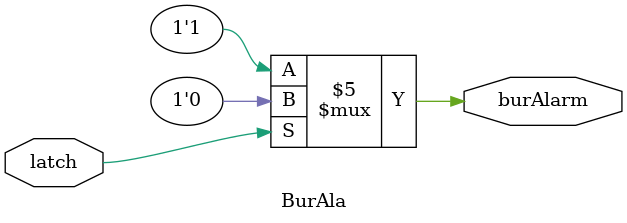
<source format=v>
module BurAla (input latch, output reg burAlarm);
always @(*) begin //triggers whenever 'latch' changes
    if(~latch == 1'b1)
    begin
        burAlarm <= 1'b1; // If 'latch' broken, indicating a certain condition, set 'burAlarm' to '1'.
    end
    else begin 
        burAlarm <= 1'b0;// If 'latch' is not broken,set 'burAlarm' to '0'.
    end
end
endmodule
</source>
